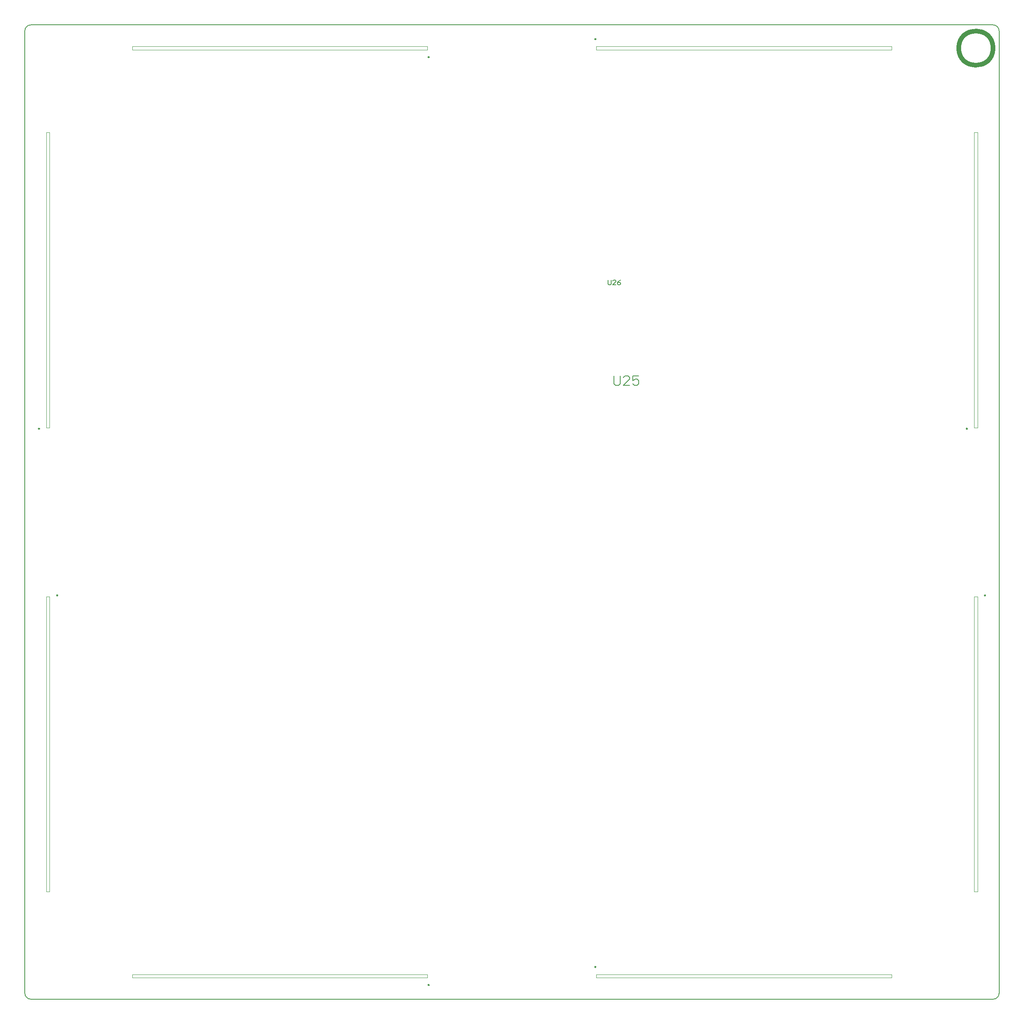
<source format=gbo>
G04 Layer_Color=32896*
%FSLAX25Y25*%
%MOIN*%
G70*
G01*
G75*
%ADD41C,0.03937*%
%ADD43C,0.00787*%
%ADD46C,0.00600*%
%ADD56C,0.00984*%
%ADD60C,0.00000*%
D41*
X408276Y393701D02*
G03*
X408276Y393701I-14575J0D01*
G01*
D43*
X408386Y-413386D02*
G03*
X413386Y-408386I0J5000D01*
G01*
Y408386D02*
G03*
X408386Y413386I-5000J0D01*
G01*
X-408386D02*
G03*
X-413386Y408386I0J-5000D01*
G01*
Y-408386D02*
G03*
X-408386Y-413386I5000J0D01*
G01*
X408386D01*
X-413386Y-408386D02*
Y408386D01*
X-408386Y413386D02*
X408386D01*
X413386Y-408386D02*
Y408386D01*
X86642Y115372D02*
Y108812D01*
X87954Y107500D01*
X90578D01*
X91889Y108812D01*
Y115372D01*
X99761Y107500D02*
X94513D01*
X99761Y112748D01*
Y114060D01*
X98449Y115372D01*
X95825D01*
X94513Y114060D01*
X107632Y115372D02*
X102385D01*
Y111436D01*
X105008Y112748D01*
X106320D01*
X107632Y111436D01*
Y108812D01*
X106320Y107500D01*
X103697D01*
X102385Y108812D01*
D46*
X81500Y196999D02*
Y193667D01*
X82166Y193000D01*
X83499D01*
X84166Y193667D01*
Y196999D01*
X88165Y193000D02*
X85499D01*
X88165Y195666D01*
Y196332D01*
X87498Y196999D01*
X86165D01*
X85499Y196332D01*
X92163Y196999D02*
X90830Y196332D01*
X89497Y194999D01*
Y193667D01*
X90164Y193000D01*
X91497D01*
X92163Y193667D01*
Y194333D01*
X91497Y194999D01*
X89497D01*
D56*
X386516Y70728D02*
G03*
X386516Y70728I-492J0D01*
G01*
X71220Y401378D02*
G03*
X71220Y401378I-492J0D01*
G01*
X-70236Y386024D02*
G03*
X-70236Y386024I-492J0D01*
G01*
X-400886Y70728D02*
G03*
X-400886Y70728I-492J0D01*
G01*
X-385531Y-70728D02*
G03*
X-385531Y-70728I-492J0D01*
G01*
X-70236Y-401378D02*
G03*
X-70236Y-401378I-492J0D01*
G01*
X71220Y-386024D02*
G03*
X71220Y-386024I-492J0D01*
G01*
X401870Y-70728D02*
G03*
X401870Y-70728I-492J0D01*
G01*
D60*
X392323Y71654D02*
Y322047D01*
X395079Y71654D02*
Y322047D01*
X392323Y71654D02*
X395079D01*
X392323Y322047D02*
X395079D01*
X71654Y395079D02*
X322047D01*
X71654Y392323D02*
X322047D01*
X71654D02*
Y395079D01*
X322047Y392323D02*
Y395079D01*
X-322047Y392323D02*
X-71654D01*
X-322047Y395079D02*
X-71654D01*
Y392323D02*
Y395079D01*
X-322047Y392323D02*
Y395079D01*
X-395079Y71654D02*
Y322047D01*
X-392323Y71654D02*
Y322047D01*
X-395079Y71654D02*
X-392323D01*
X-395079Y322047D02*
X-392323D01*
Y-322047D02*
Y-71654D01*
X-395079Y-322047D02*
Y-71654D01*
X-392323D01*
X-395079Y-322047D02*
X-392323D01*
X-322047Y-395079D02*
X-71654D01*
X-322047Y-392323D02*
X-71654D01*
Y-395079D02*
Y-392323D01*
X-322047Y-395079D02*
Y-392323D01*
X71654D02*
X322047D01*
X71654Y-395079D02*
X322047D01*
X71654D02*
Y-392323D01*
X322047Y-395079D02*
Y-392323D01*
X395079Y-322047D02*
Y-71654D01*
X392323Y-322047D02*
Y-71654D01*
X395079D01*
X392323Y-322047D02*
X395079D01*
M02*

</source>
